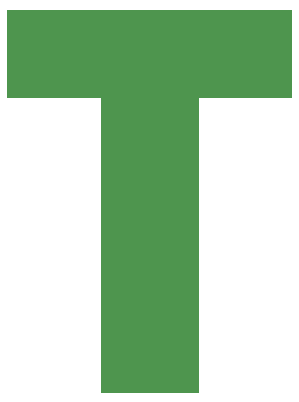
<source format=gto>
G04 #@! TF.FileFunction,Legend,Top*
%FSLAX46Y46*%
G04 Gerber Fmt 4.6, Leading zero omitted, Abs format (unit mm)*
G04 Created by KiCad (PCBNEW 4.0.0-rc2-stable) date 3/3/2016 3:47:50 PM*
%MOMM*%
G01*
G04 APERTURE LIST*
%ADD10C,0.150000*%
%ADD11C,0.025400*%
G04 APERTURE END LIST*
D10*
D11*
G36*
X75410840Y-26122104D02*
X67502594Y-26122104D01*
X67497653Y-26123105D01*
X67493622Y-26125816D01*
X67492468Y-26126968D01*
X67489678Y-26131167D01*
X67488740Y-26135956D01*
X67488740Y-51140860D01*
X59315990Y-51140860D01*
X59315990Y-26135956D01*
X59314989Y-26131015D01*
X59312278Y-26126984D01*
X59311128Y-26125832D01*
X59306929Y-26123042D01*
X59302140Y-26122104D01*
X51347140Y-26122104D01*
X51347140Y-18737554D01*
X75410840Y-18737554D01*
X75410840Y-26122104D01*
X75410840Y-26122104D01*
G37*
X75410840Y-26122104D02*
X67502594Y-26122104D01*
X67497653Y-26123105D01*
X67493622Y-26125816D01*
X67492468Y-26126968D01*
X67489678Y-26131167D01*
X67488740Y-26135956D01*
X67488740Y-51140860D01*
X59315990Y-51140860D01*
X59315990Y-26135956D01*
X59314989Y-26131015D01*
X59312278Y-26126984D01*
X59311128Y-26125832D01*
X59306929Y-26123042D01*
X59302140Y-26122104D01*
X51347140Y-26122104D01*
X51347140Y-18737554D01*
X75410840Y-18737554D01*
X75410840Y-26122104D01*
M02*

</source>
